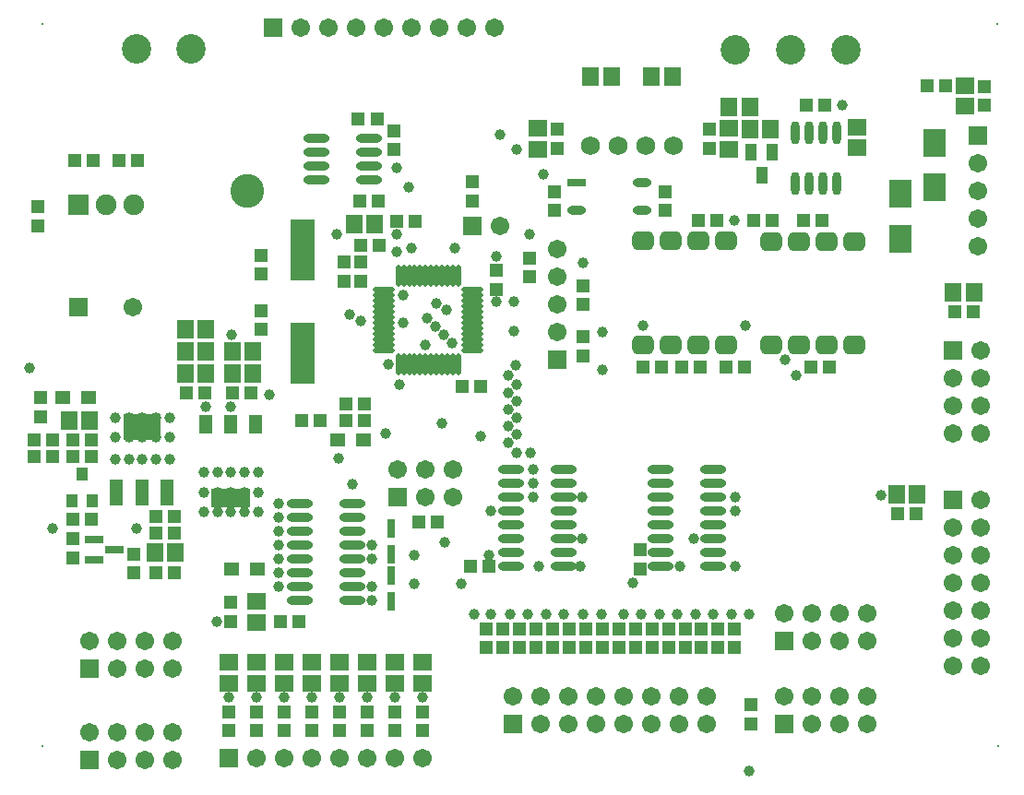
<source format=gts>
%FSDAX23Y23*%
%MOIN*%
%SFA1B1*%

%IPPOS*%
%AMD62*
4,1,8,0.039000,-0.014900,0.039000,0.014900,0.020000,0.033900,-0.020000,0.033900,-0.039000,0.014900,-0.039000,-0.014900,-0.020000,-0.033900,0.020000,-0.033900,0.039000,-0.014900,0.0*
1,1,0.038000,0.020000,-0.014900*
1,1,0.038000,0.020000,0.014900*
1,1,0.038000,-0.020000,0.014900*
1,1,0.038000,-0.020000,-0.014900*
%
%ADD58R,0.053300X0.047400*%
%ADD59O,0.094600X0.031600*%
%ADD60R,0.047400X0.051300*%
%ADD61R,0.051300X0.047400*%
G04~CAMADD=62~8~0.0~0.0~678.0~781.0~190.0~0.0~15~0.0~0.0~0.0~0.0~0~0.0~0.0~0.0~0.0~0~0.0~0.0~0.0~270.0~780.0~677.0*
%ADD62D62*%
%ADD63R,0.059200X0.067100*%
%ADD64R,0.067100X0.059200*%
%ADD65R,0.078900X0.102500*%
%ADD66R,0.043400X0.045400*%
%ADD67R,0.043400X0.045400*%
%ADD68R,0.137900X0.094600*%
%ADD69R,0.047400X0.094600*%
%ADD70R,0.051300X0.069000*%
%ADD71R,0.051300X0.069000*%
%ADD72R,0.143800X0.069000*%
%ADD73R,0.067100X0.031600*%
%ADD74O,0.031600X0.082800*%
%ADD75R,0.043400X0.063100*%
%ADD76R,0.043400X0.063100*%
%ADD77O,0.078900X0.019800*%
%ADD78O,0.019800X0.078900*%
%ADD79R,0.067100X0.031600*%
%ADD80O,0.067100X0.031600*%
%ADD81R,0.029700X0.065100*%
%ADD82R,0.086700X0.224500*%
%ADD83C,0.122000*%
%ADD84C,0.067100*%
%ADD85R,0.067100X0.067100*%
%ADD86C,0.008000*%
%ADD87R,0.067100X0.067100*%
%ADD88R,0.074900X0.074900*%
%ADD89C,0.074900*%
%ADD90C,0.068000*%
%ADD91C,0.106400*%
%ADD92C,0.039500*%
%LNde-110817-1*%
%LPD*%
G54D58*
X02111Y01825D03*
X02018D03*
X01501Y02445D03*
X01408D03*
X02496Y02290D03*
X02403D03*
G54D59*
X03759Y01835D03*
Y01885D03*
Y01935D03*
Y01985D03*
Y02035D03*
Y02085D03*
Y02135D03*
Y02185D03*
X03570Y01835D03*
Y01885D03*
Y01935D03*
Y01985D03*
Y02035D03*
Y02085D03*
Y02135D03*
Y02185D03*
X02454Y01710D03*
Y01760D03*
Y01810D03*
Y01860D03*
Y01910D03*
Y01960D03*
Y02010D03*
Y02060D03*
X02265Y01710D03*
Y01760D03*
Y01810D03*
Y01860D03*
Y01910D03*
Y01960D03*
Y02010D03*
Y02060D03*
X02515Y03230D03*
Y03280D03*
Y03330D03*
Y03380D03*
X02326Y03230D03*
Y03280D03*
Y03330D03*
Y03380D03*
X03219Y01835D03*
Y01885D03*
Y01935D03*
Y01985D03*
Y02035D03*
Y02085D03*
Y02135D03*
Y02185D03*
X03030Y01835D03*
Y01885D03*
Y01935D03*
Y01985D03*
Y02035D03*
Y02085D03*
Y02135D03*
Y02185D03*
G54D60*
X03495Y01893D03*
Y01826D03*
X02015Y01636D03*
Y01703D03*
X01330Y02376D03*
Y02443D03*
X01445Y01933D03*
Y01866D03*
X03895Y01333D03*
Y01266D03*
X02940Y01608D03*
Y01541D03*
X03000Y01608D03*
Y01541D03*
X02010Y01241D03*
Y01308D03*
X03060Y01608D03*
Y01541D03*
X02110Y01241D03*
Y01308D03*
X03120Y01608D03*
Y01541D03*
X02210Y01241D03*
Y01308D03*
X03180Y01608D03*
Y01541D03*
X02310Y01241D03*
Y01308D03*
X03240Y01608D03*
Y01541D03*
X02410Y01241D03*
Y01308D03*
X03300Y01608D03*
Y01541D03*
X02510Y01241D03*
Y01308D03*
X03360Y01608D03*
Y01541D03*
X02610Y01241D03*
Y01308D03*
X02710Y01241D03*
Y01308D03*
X01320Y03133D03*
Y03066D03*
X03420Y01608D03*
Y01541D03*
X03480Y01608D03*
Y01541D03*
X03540Y01608D03*
Y01541D03*
X03600Y01608D03*
Y01541D03*
X03658Y01608D03*
Y01541D03*
X03717Y01608D03*
Y01541D03*
X03776Y01608D03*
Y01541D03*
X03835Y01608D03*
Y01541D03*
X01665Y01878D03*
Y01811D03*
X02890Y03156D03*
Y03223D03*
X03585Y03188D03*
Y03121D03*
X02125Y02758D03*
Y02691D03*
Y02891D03*
Y02958D03*
X02605Y03341D03*
Y03408D03*
X02485Y02933D03*
Y02866D03*
X02425D03*
Y02933D03*
X02975Y02836D03*
Y02903D03*
X03290Y02596D03*
Y02663D03*
X03095Y02948D03*
Y02881D03*
X03290Y02848D03*
Y02781D03*
X03745Y03413D03*
Y03346D03*
X03195Y03413D03*
Y03346D03*
X03185Y03188D03*
Y03121D03*
X04740Y03568D03*
Y03501D03*
G54D61*
X02881Y01835D03*
X02948D03*
X04698Y02755D03*
X04631D03*
X04493Y02025D03*
X04426D03*
X01923Y02460D03*
X01856D03*
X02021D03*
X02088D03*
X01678Y03300D03*
X01611D03*
X01451D03*
X01518D03*
X02196Y01635D03*
X02263D03*
X01306Y02230D03*
X01373D03*
X01446Y02290D03*
X01513D03*
X01746Y01955D03*
X01813D03*
X01306Y02290D03*
X01373D03*
X01513Y02230D03*
X01446D03*
X01513Y02005D03*
X01446D03*
X01813Y02015D03*
X01746D03*
X01813Y01810D03*
X01746D03*
X04096Y03500D03*
X04163D03*
X04178Y02555D03*
X04111D03*
X02431Y02360D03*
X02498D03*
X02431Y02420D03*
X02498D03*
X02553Y02995D03*
X02486D03*
X02851Y02485D03*
X02918D03*
X02616Y03080D03*
X02683D03*
X02548Y03155D03*
X02481D03*
X02477Y03450D03*
X02544D03*
X04153Y03085D03*
X04086D03*
X03773D03*
X03706D03*
X03906D03*
X03973D03*
X03873Y02555D03*
X03806D03*
X03646D03*
X03713D03*
X03573D03*
X03506D03*
X02696Y01995D03*
X02763D03*
X02338Y02360D03*
X02271D03*
X04531Y03570D03*
X04598D03*
G54D62*
X03805Y03010D03*
X03705D03*
X03605D03*
X03505D03*
X03805Y02636D03*
X03705D03*
X03605D03*
X03505D03*
X03970Y02635D03*
X04070D03*
X04170D03*
X04270D03*
X03970Y03009D03*
X04070D03*
X04170D03*
X04270D03*
G54D63*
X04702Y02825D03*
X04627D03*
X04497Y02095D03*
X04422D03*
X02022Y02610D03*
X02097D03*
X02022Y02530D03*
X02097D03*
X01927Y02690D03*
X01852D03*
X01927Y02610D03*
X01852D03*
X01927Y02530D03*
X01852D03*
X01432Y02360D03*
X01507D03*
X01742Y01885D03*
X01817D03*
X03892Y03495D03*
X03817D03*
X02537Y03070D03*
X02462D03*
X03892Y03415D03*
X03967D03*
X03392Y03605D03*
X03317D03*
X03612D03*
X03537D03*
G54D64*
X02110Y01632D03*
Y01707D03*
X02210Y01487D03*
Y01412D03*
X02110Y01487D03*
Y01412D03*
X02010Y01487D03*
Y01412D03*
X02310Y01487D03*
Y01412D03*
X02510Y01487D03*
Y01412D03*
X02610Y01487D03*
Y01412D03*
X02710Y01487D03*
Y01412D03*
X02410Y01487D03*
Y01412D03*
X03815Y03417D03*
Y03342D03*
X03125Y03417D03*
Y03342D03*
X04280Y03347D03*
Y03422D03*
X04670Y03572D03*
Y03497D03*
G54D65*
X04560Y03365D03*
Y03204D03*
X04435Y03180D03*
Y03019D03*
G54D66*
X01480Y02169D03*
X01442Y02070D03*
G54D67*
X01517Y02070D03*
G54D68*
X01694Y02338D03*
G54D69*
X01784Y02101D03*
X01694D03*
X01603D03*
G54D70*
X02105Y02347D03*
G54D71*
X02015Y02347D03*
X01924D03*
G54D72*
X02015Y02082D03*
G54D73*
X01597Y01895D03*
X01522Y01857D03*
Y01932D03*
G54D74*
X04205Y03402D03*
X04155D03*
X04105D03*
X04055D03*
X04205Y03217D03*
X04155D03*
X04105D03*
X04055D03*
G54D75*
X03935Y03247D03*
X03972Y03332D03*
G54D76*
X03897Y03332D03*
G54D77*
X02570Y02833D03*
Y02813D03*
Y02793D03*
Y02774D03*
Y02754D03*
Y02734D03*
Y02715D03*
Y02695D03*
Y02675D03*
Y02656D03*
Y02636D03*
Y02616D03*
X02889D03*
Y02636D03*
Y02656D03*
Y02675D03*
Y02695D03*
Y02715D03*
Y02734D03*
Y02754D03*
Y02774D03*
Y02793D03*
Y02813D03*
Y02833D03*
G54D78*
X02621Y02565D03*
X02641D03*
X02661D03*
X02680D03*
X02700D03*
X02720D03*
X02739D03*
X02759D03*
X02779D03*
X02798D03*
X02818D03*
X02838D03*
Y02884D03*
X02818D03*
X02798D03*
X02779D03*
X02759D03*
X02739D03*
X02720D03*
X02700D03*
X02680D03*
X02661D03*
X02641D03*
X02621D03*
G54D79*
X03265Y03220D03*
G54D80*
X03265Y03120D03*
X03501Y03220D03*
Y03120D03*
G54D81*
X02595Y01801D03*
Y01708D03*
Y01971D03*
Y01878D03*
G54D82*
X02275Y02977D03*
Y02603D03*
G54D83*
X02075Y03190D03*
G54D84*
X02270Y03780D03*
X02970D03*
X02870D03*
X02770D03*
X02670D03*
X02570D03*
X02470D03*
X02370D03*
X01663Y02770D03*
X04725Y02615D03*
X04625Y02515D03*
X04725D03*
X04625Y02415D03*
X04725D03*
X04625Y02315D03*
X04725D03*
X04715Y03290D03*
Y03190D03*
Y03090D03*
Y02990D03*
X04725Y01475D03*
X04625D03*
X04725Y01575D03*
X04625D03*
X04725Y01675D03*
X04625D03*
X04725Y01775D03*
X04625D03*
X04725Y01875D03*
X04625D03*
X04725Y01975D03*
X04625D03*
X04725Y02075D03*
X02710Y01140D03*
X02610D03*
X02510D03*
X02410D03*
X02310D03*
X02210D03*
X02110D03*
X01505Y01565D03*
X01605Y01465D03*
Y01565D03*
X01705Y01465D03*
Y01565D03*
X01805Y01465D03*
Y01565D03*
X01505Y01235D03*
X01605Y01135D03*
Y01235D03*
X01705Y01135D03*
Y01235D03*
X01805Y01135D03*
Y01235D03*
X04015Y01365D03*
X04115Y01265D03*
Y01365D03*
X04215Y01265D03*
Y01365D03*
X04315Y01265D03*
Y01365D03*
X04015Y01665D03*
X04115Y01565D03*
Y01665D03*
X04215Y01565D03*
Y01665D03*
X04315Y01565D03*
Y01665D03*
X03195Y02680D03*
Y02780D03*
Y02880D03*
Y02980D03*
X03735Y01365D03*
Y01265D03*
X03635Y01365D03*
Y01265D03*
X03535Y01365D03*
Y01265D03*
X03435Y01365D03*
Y01265D03*
X03335Y01365D03*
Y01265D03*
X03235Y01365D03*
Y01265D03*
X03135Y01365D03*
Y01265D03*
X03035Y01365D03*
X02990Y03065D03*
X02820Y02185D03*
Y02085D03*
X02720Y02185D03*
Y02085D03*
X02620Y02185D03*
G54D85*
X02170Y03780D03*
X01466Y02770D03*
X02010Y01140D03*
X01505Y01465D03*
Y01135D03*
X04015Y01265D03*
Y01565D03*
X03035Y01265D03*
X02890Y03065D03*
X02620Y02085D03*
G54D86*
X01336Y01183D03*
Y03795D03*
X04790Y01183D03*
X04785Y03795D03*
G54D87*
X04625Y02615D03*
X04715Y03390D03*
X04625Y02075D03*
X03195Y02580D03*
G54D88*
X01465Y03140D03*
G54D89*
X01565Y03140D03*
X01665D03*
G54D90*
X03315Y03355D03*
X03415D03*
X03515D03*
X03615D03*
G54D91*
X03840Y03701D03*
X04040D03*
X04240D03*
X01676Y03705D03*
X01873D03*
G54D92*
X02895Y01660D03*
X02955D03*
X03025D03*
X03090D03*
X03155D03*
X03220D03*
X03290D03*
X03355D03*
X03435D03*
X03500D03*
X03565D03*
X03630D03*
X03695D03*
X03760D03*
X03825D03*
X03890D03*
X02010Y01360D03*
X02110D03*
X02210D03*
X02310D03*
X02410D03*
X02510D03*
X02610Y01360D03*
X02710Y01360D03*
X02190Y01860D03*
Y01810D03*
Y01760D03*
Y01910D03*
X02525D03*
Y01860D03*
Y01760D03*
Y01710D03*
X03130Y01835D03*
X02850Y01770D03*
X03280Y01835D03*
X03840D03*
Y02035D03*
X03470Y01775D03*
X03285Y01935D03*
X03690D03*
X02950Y01875D03*
X03640Y01835D03*
X03285Y02085D03*
X03840D03*
X02190Y02060D03*
Y02010D03*
Y01960D03*
X03110Y02085D03*
Y02135D03*
X01675Y01970D03*
X02585Y02565D03*
X02625Y02490D03*
X02575Y02315D03*
X01373Y01970D03*
X02405Y02225D03*
X02455Y02130D03*
X02670Y02985D03*
X02615Y03035D03*
X02755Y02700D03*
X02785Y02670D03*
X02815Y02640D03*
X02760Y02785D03*
X02725Y02730D03*
X02795Y02760D03*
X04225Y03500D03*
X03835Y03085D03*
X02975Y02955D03*
X03095Y03035D03*
X03290Y02930D03*
X02640Y02715D03*
X03040Y02790D03*
Y02685D03*
X02660Y03205D03*
X02825Y02985D03*
X02400Y03035D03*
X02445Y02745D03*
X02485Y02720D03*
X02955Y02035D03*
X02790Y01920D03*
X02720Y02635D03*
X03875Y02705D03*
X03505D03*
X04020Y02580D03*
X01925Y02410D03*
X02015D03*
X02155Y02455D03*
X01290Y02550D03*
X01965Y01635D03*
X02680Y01875D03*
Y01770D03*
X02615Y03275D03*
X02640Y02815D03*
X02780Y02350D03*
X03045Y02560D03*
X03020Y02525D03*
X03050Y02490D03*
X03100Y02245D03*
X03050D03*
Y02430D03*
X03110Y02185D03*
X03050Y02370D03*
Y02310D03*
X03020Y02340D03*
Y02400D03*
Y02460D03*
Y02280D03*
X02920Y02305D03*
X02615Y02970D03*
X03360Y02680D03*
X02990Y03395D03*
X02975Y02790D03*
X03050Y03340D03*
X02020Y02670D03*
X03360Y02545D03*
X03145Y03250D03*
X04060Y02525D03*
X04365Y02090D03*
X03890Y01096D03*
X01920Y02175D03*
X01968D03*
X02017D03*
X02066D03*
X02115D03*
Y02100D03*
X02066D03*
X02017D03*
X01968D03*
X01920D03*
X02115Y02030D03*
X02066D03*
X02017D03*
X01968D03*
X01920D03*
X01795Y02220D03*
X01746D03*
X01697D03*
X01648D03*
X01600D03*
X01795Y02300D03*
X01746D03*
X01697D03*
X01648D03*
X01600D03*
X01795Y02370D03*
X01746D03*
X01697D03*
X01648D03*
X01600D03*
M02*
</source>
